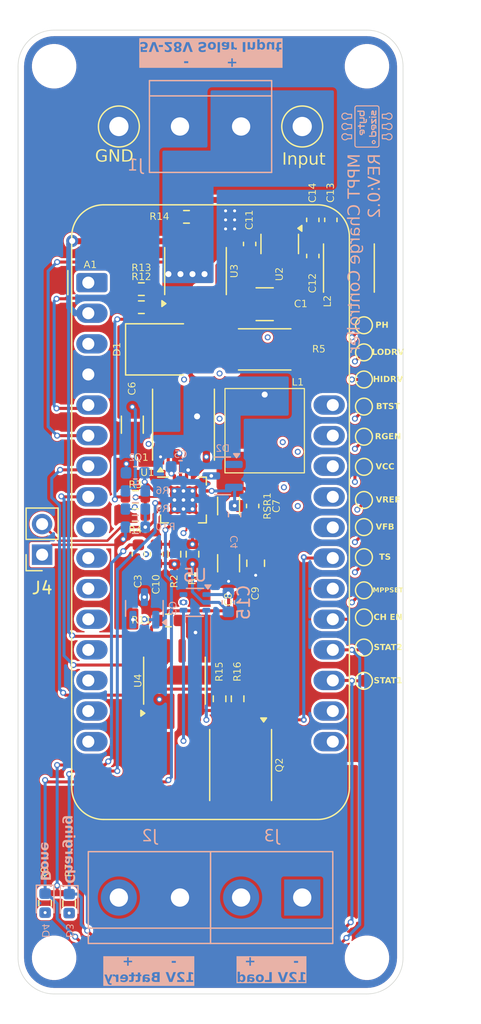
<source format=kicad_pcb>
(kicad_pcb (version 20241229) (generator "pcbnew") (generator_version "9.0")
  (title_block (title "MPPT Charge Controller") (rev "0.2"))
  (layers (0 "F.Cu" signal) (4 "In1.Cu" signal) (6 "In2.Cu" signal) (2 "B.Cu" signal) (13 "F.Paste" user) (15 "B.Paste" user) (5 "F.SilkS" user "F.Silkscreen") (7 "B.SilkS" user "B.Silkscreen") (1 "F.Mask" user) (3 "B.Mask" user) (25 "Edge.Cuts" user))
  (net 0 "")
  (net 3 "/STAT2")
  (net 5 "/Battery Current")
  (net 9 "/Battery Voltage")
  (net 13 "/STAT1")
  (net 15 "/~{Charge EN}")
  (net 17 "+3.3V")
  (net 21 "/SD_CS")
  (net 22 "/Solar Current")
  (net 23 "/Solar Voltage")
  (net 24 "GND")
  (net 26 "Net-(C1-Pad1)")
  (net 27 "/VCC")
  (net 28 "/VREF")
  (net 29 "/RGEN")
  (net 30 "/PH")
  (net 31 "/BTST")
  (net 32 "Net-(D1-K)")
  (net 33 "Net-(U1-SRP)")
  (net 34 "Net-(U1-SRN)")
  (net 35 "/VFB")
  (net 36 "/VIN")
  (net 37 "Net-(U2-BST)")
  (net 38 "Net-(U2-SW)")
  (net 39 "Net-(D3-A)")
  (net 40 "Net-(D4-A)")
  (net 41 "Net-(J2-Pin_2)")
  (net 42 "/LODRV")
  (net 43 "/HIDRV")
  (net 44 "/MPPSET")
  (net 45 "/TS")
  (net 46 "Net-(U4-FILTER)")
  (net 47 "Net-(U3-FILTER)")
  (net 48 "Net-(J3-Pin_1)")
  (net 49 "/Load Enable")
  (net 54 "PWR GND")
  (net 55 "/Input")
  (net 56 "/SCL")
  (net 57 "/SDA")
  (footprint "Capacitor_SMD:C_0603_1608Metric" (layer "F.Cu") (at 105.5 103.5 -90)
    (property "Reference" "C10")
    (property "Value" "22pF")
  )
  (footprint "Resistor_SMD:R_2512_6332Metric" (layer "F.Cu") (at 114.5 86.5)
    (property "Reference" "R5")
    (property "Value" "2")
  )
  (footprint "Package_SO:SOIC-8_3.9x4.9mm_P1.27mm" (layer "F.Cu") (at 108.75 80 90)
    (property "Reference" "U3")
    (property "Value" "ACS712")
  )
  (footprint "MountingHole:MountingHole_3.2mm_M3" (layer "F.Cu") (at 123 63)
    (property "Reference" "REF**" (hide yes))
    (property "Value" "MountingHole_3.2mm_M3")
  )
  (footprint "Resistor_SMD:R_0603_1608Metric" (layer "F.Cu") (at 98.25 132.5 -90)
    (property "Reference" "R7")
    (property "Value" "100")
  )
  (footprint "Resistor_SMD:R_0603_1608Metric" (layer "F.Cu") (at 96.25 132.4625 -90)
    (property "Reference" "R8")
    (property "Value" "100")
  )
  (footprint "TestPoint:TestPoint_Pad_D1.0mm" (layer "F.Cu") (at 122.75 93.75 180)
    (property "Reference" "TP8" (hide yes))
    (property "Value" "TestPoint")
  )
  (footprint "" (layer "F.Cu") (at 123 137)
    (property "Reference" "")
    (property "Value" "")
  )
  (footprint "Capacitor_SMD:C_0603_1608Metric" (layer "F.Cu") (at 113.25 77.75 90)
    (property "Reference" "C11")
    (property "Value" "10uF")
  )
  (footprint "Inductor_SMD:L_Vishay_IFSC-1515AH_4x4x1.8mm" (layer "F.Cu") (at 121.5 79.75 90)
    (property "Reference" "L2")
    (property "Value" "4.7uH")
  )
  (footprint "TestPoint:TestPoint_Pad_D1.0mm" (layer "F.Cu") (at 122.75 106.5 180)
    (property "Reference" "TP3" (hide yes))
    (property "Value" "TestPoint")
  )
  (footprint "TestPoint:TestPoint_Pad_D1.0mm" (layer "F.Cu") (at 122.75 103.75 180)
    (property "Reference" "TP4" (hide yes))
    (property "Value" "TestPoint")
  )
  (footprint "Capacitor_SMD:C_1206_3216Metric" (layer "F.Cu") (at 111.5 104.25 90)
    (property "Reference" "C8")
    (property "Value" "10uF")
  )
  (footprint "TestPoint:TestPoint_Pad_D1.0mm" (layer "F.Cu") (at 122.75 91.25 180)
    (property "Reference" "TP9" (hide yes))
    (property "Value" "TestPoint")
  )
  (footprint "Resistor_SMD:R_0603_1608Metric" (layer "F.Cu") (at 103.75 98.75)
    (property "Reference" "R3")
    (property "Value" "499k")
  )
  (footprint "Package_SO:SOIC-8_3.9x4.9mm_P1.27mm" (layer "F.Cu") (at 107 114 90)
    (property "Reference" "U4")
    (property "Value" "ACS712")
  )
  (footprint "Capacitor_SMD:C_0603_1608Metric" (layer "F.Cu") (at 104 103.5 -90)
    (property "Reference" "C3")
    (property "Value" "1uF")
  )
  (footprint "TestPoint:TestPoint_Pad_D1.0mm" (layer "F.Cu") (at 122.75 86.75 180)
    (property "Reference" "TP11" (hide yes))
    (property "Value" "TestPoint")
  )
  (footprint "Resistor_SMD:R_0603_1608Metric" (layer "F.Cu") (at 104.25 83 180)
    (property "Reference" "R12")
    (property "Value" "499k")
  )
  (footprint "TestPoint:TestPoint_Pad_D1.0mm" (layer "F.Cu") (at 122.75 96.25 180)
    (property "Reference" "TP1" (hide yes))
    (property "Value" "TestPoint")
  )
  (footprint "Capacitor_SMD:C_1210_3225Metric" (layer "F.Cu") (at 114.5 82.75 180)
    (property "Reference" "C1")
    (property "Value" "2.2uF")
  )
  (footprint "Package_SO:PowerPAK_SO-8_Dual" (layer "F.Cu") (at 107.75 92.75 90)
    (property "Reference" "Q1")
    (property "Value" "Q_Dual_NMOS_S1G1S2G2D2D2D1D1")
  )
  (footprint "Resistor_SMD:R_0603_1608Metric" (layer "F.Cu") (at 108.5 103.5 -90)
    (property "Reference" "R1")
    (property "Value" "100k")
  )
  (footprint "Resistor_SMD:R_0603_1608Metric" (layer "F.Cu") (at 108 75.5 180)
    (property "Reference" "R14")
    (property "Value" "100k")
  )
  (footprint "Resistor_SMD:R_1206_3216Metric" (layer "F.Cu") (at 111.5 99.5 90)
    (property "Reference" "RSR1")
    (property "Value" "0.02")
  )
  (footprint "Package_TO_SOT_SMD:TSOT-23-6" (layer "F.Cu") (at 115.75 77.75 -90)
    (property "Reference" "U2")
    (property "Value" "AP63203WU")
  )
  (footprint "" (layer "F.Cu") (at 97 137)
    (property "Reference" "")
    (property "Value" "")
  )
  (footprint "TestPoint:TestPoint_Loop_D2.60mm_Drill1.6mm_Beaded" (layer "F.Cu") (at 117.62 68)
    (property "Reference" "TP15" (hide yes))
    (property "Value" "TestPoint")
  )
  (footprint "" (layer "F.Cu") (at 97 63)
    (property "Reference" "")
    (property "Value" "")
  )
  (footprint "Module:Adafruit_Feather" (layer "F.Cu") (at 110 100)
    (property "Reference" "A1")
    (property "Value" "Adafruit_Feather_HUZZAH32_ESP32")
  )
  (footprint "Resistor_SMD:R_0603_1608Metric" (layer "F.Cu") (at 103.75 100.25 180)
    (property "Reference" "R4")
    (property "Value" "DNP")
  )
  (footprint "Capacitor_SMD:C_0603_1608Metric" (layer "F.Cu") (at 118.5 75.75 90)
    (property "Reference" "C14")
    (property "Value" "22uF")
  )
  (footprint "TestPoint:TestPoint_Pad_D1.0mm" (layer "F.Cu") (at 122.75 114.01 180)
    (property "Reference" "TP6" (hide yes))
    (property "Value" "TestPoint")
  )
  (footprint "Connector_PinSocket_2.54mm:PinSocket_1x02_P2.54mm_Vertical" (layer "F.Cu") (at 96 103.54 180)
    (property "Reference" "J4")
    (property "Value" "~")
  )
  (footprint "MPPT Charge Controller Footprint Library:L_Vishay_6.9x6.5" (layer "F.Cu") (at 114.5 93.25 -90)
    (property "Reference" "L1")
    (property "Value" "10uH")
  )
  (footprint "Resistor_SMD:R_0603_1608Metric" (layer "F.Cu") (at 107 103.5 90)
    (property "Reference" "R2")
    (property "Value" "499k")
  )
  (footprint "TestPoint:TestPoint_Pad_D1.0mm" (layer "F.Cu") (at 122.75 101.25 180)
    (property "Reference" "TP5" (hide yes))
    (property "Value" "TestPoint")
  )
  (footprint "TestPoint:TestPoint_Pad_D1.0mm" (layer "F.Cu") (at 122.75 111.25 180)
    (property "Reference" "TP7" (hide yes))
    (property "Value" "TestPoint")
  )
  (footprint "Resistor_SMD:R_0603_1608Metric" (layer "F.Cu") (at 104.25 81.5)
    (property "Reference" "R13")
    (property "Value" "36k")
  )
  (footprint "TestPoint:TestPoint_Pad_D1.0mm" (layer "F.Cu") (at 122.75 108.75 180)
    (property "Reference" "TP13" (hide yes))
    (property "Value" "TestPoint")
  )
  (footprint "Capacitor_SMD:C_0603_1608Metric" (layer "F.Cu") (at 118.5 78.75 90)
    (property "Reference" "C12")
    (property "Value" "0.1uF")
  )
  (footprint "Capacitor_SMD:C_0805_2012Metric" (layer "F.Cu") (at 113.75 104.25 90)
    (property "Reference" "C9")
    (property "Value" "4.7uF")
  )
  (footprint "Resistor_SMD:R_0603_1608Metric" (layer "F.Cu") (at 110.75 115.5 90)
    (property "Reference" "R15")
    (property "Value" "499k")
  )
  (footprint "Resistor_SMD:R_0603_1608Metric" (layer "F.Cu") (at 112.25 115.5 -90)
    (property "Reference" "R16")
    (property "Value" "100k")
  )
  (footprint "Package_SO:PowerPAK_SO-8_Dual" (layer "F.Cu") (at 112.5 121 -90)
    (property "Reference" "Q2")
    (property "Value" "Q_Dual_NMOS_S1G1S2G2D2D2D1D1")
  )
  (footprint "Capacitor_SMD:C_0603_1608Metric" (layer "F.Cu") (at 113.5 99.5 -90)
    (property "Reference" "C7")
    (property "Value" "0.1uF")
  )
  (footprint "Capacitor_SMD:C_1206_3216Metric" (layer "F.Cu") (at 103.5 92.75 90)
    (property "Reference" "C6")
    (property "Value" "10uF")
  )
  (footprint "TestPoint:TestPoint_Pad_D1.0mm" (layer "F.Cu") (at 122.75 84.5 180)
    (property "Reference" "TP12" (hide yes))
    (property "Value" "TestPoint")
  )
  (footprint "TestPoint:TestPoint_Pad_D1.0mm" (layer "F.Cu") (at 122.75 99 180)
    (property "Reference" "TP2" (hide yes))
    (property "Value" "TestPoint")
  )
  (footprint "Resistor_SMD:R_0603_1608Metric" (layer "F.Cu") (at 106.5 109 180)
    (property "Reference" "R11")
    (property "Value" "100k")
  )
  (footprint "Capacitor_SMD:C_0603_1608Metric" (layer "F.Cu") (at 120 75.75 90)
    (property "Reference" "C13")
    (property "Value" "22uF")
  )
  (footprint "TestPoint:TestPoint_Loop_D2.60mm_Drill1.6mm_Beaded" (layer "F.Cu") (at 102.38 68)
    (property "Reference" "TP14" (hide yes))
    (property "Value" "TestPoint")
  )
  (footprint "Diode_SMD:D_PowerDI-5" (layer "F.Cu") (at 106.75 86.5)
    (property "Reference" "D1")
    (property "Value" "PDS1040")
  )
  (footprint "MPPT Charge Controller Footprint Library:VQFN-16_EP_3.5x3.5_Pitch0.5mm" (layer "F.Cu") (at 107.75 99)
    (property "Reference" "U1")
    (property "Value" "~")
  )
  (footprint "TestPoint:TestPoint_Pad_D1.0mm" (layer "F.Cu") (at 122.75 89 180)
    (property "Reference" "TP10" (hide yes))
    (property "Value" "TestPoint")
  )
  (footprint "Capacitor_SMD:C_0603_1608Metric" (layer "B.Cu") (at 112 100.25 -90)
    (property "Reference" "C4")
    (property "Value" "1uF")
  )
  (footprint "NetTie:NetTie-2_SMD_Pad0.5mm" (layer "B.Cu") (at 107.75 97.75 90)
    (property "Reference" "NT2" (hide yes))
    (property "Value" "~" (hide yes))
  )
  (footprint "Resistor_SMD:R_0603_1608Metric" (layer "B.Cu") (at 103.75 98.25)
    (property "Reference" "R6")
    (property "Value" "10")
  )
  (footprint "TerminalBlock:TerminalBlock_bornier-2_P5.08mm" (layer "B.Cu") (at 117.62 132 180)
    (property "Reference" "J3")
    (property "Value" "Conn_01x02_Socket")
  )
  (footprint "Package_TO_SOT_SMD:SOT-363_SC-70-6" (layer "B.Cu") (at 108.7 107.5 180)
    (property "Reference" "U5")
    (property "Value" "MCP4018")
  )
  (footprint "LED_SMD:LED_0603_1608Metric" (layer "B.Cu") (at 96.25 132.4625 -90)
    (property "Reference" "D4")
    (property "Value" "GREEN")
  )
  (footprint "Resistor_SMD:R_0603_1608Metric" (layer "B.Cu") (at 103.75 99.75)
    (property "Reference" "R9")
    (property "Value" "5.23k")
  )
  (footprint "NetTie:NetTie-2_SMD_Pad0.5mm" (layer "B.Cu") (at 107.75 100.25 -90)
    (property "Reference" "NT4" (hide yes))
    (property "Value" "~" (hide yes))
  )
  (footprint "New Logo:byteSizedEngineeringLogo-5mm" (layer "B.Cu") (at 123 68 -90)
    (property "Reference" "G***" (hide yes))
    (property "Value" "LOGO" (hide yes))
  )
  (footprint "Capacitor_SMD:C_0603_1608Metric" (layer "B.Cu") (at 111.475 107.5 -90)
    (property "Reference" "C15")
    (property "Value" "0.1uF")
  )
  (footprint "Capacitor_SMD:C_0603_1608Metric" (layer "B.Cu") (at 107.5 96.25 180)
    (property "Reference" "C5")
    (property "Value" "0.1uF")
  )
  (footprint "TerminalBlock:TerminalBlock_bornier-2_P5.08mm" (layer "B.Cu") (at 107.46 132 180)
    (property "Reference" "J2")
    (property "Value" "Conn_01x02_Socket")
  )
  (footprint "LED_SMD:LED_0603_1608Metric" (layer "B.Cu") (at 98.25 132.5 -90)
    (property "Reference" "D3")
    (property "Value" "RED")
  )
  (footprint "Package_TO_SOT_SMD:SOT-23" (layer "B.Cu") (at 104.5 108 90)
    (property "Reference" "Q3")
    (property "Value" "2N7002")
  )
  (footprint "Resistor_SMD:R_0603_1608Metric" (layer "B.Cu") (at 103.75 101.25 180)
    (property "Reference" "R10")
    (property "Value" "30.1k")
  )
  (footprint "TerminalBlock:TerminalBlock_bornier-2_P5.08mm" (layer "B.Cu") (at 107.46 68)
    (property "Reference" "J1")
    (property "Value" "Conn_01x02_Socket")
  )
  (footprint "NetTie:NetTie-2_SMD_Pad0.5mm" (layer "B.Cu") (at 109 99)
    (property "Reference" "NT1" (hide yes))
    (property "Value" "~" (hide yes))
  )
  (footprint "NetTie:NetTie-2_SMD_Pad0.5mm" (layer "B.Cu") (at 106.5 99 180)
    (property "Reference" "NT3" (hide yes))
    (property "Value" "~" (hide yes))
  )
  (footprint "Capacitor_SMD:C_0603_1608Metric" (layer "B.Cu") (at 103.75 96.75 180)
    (property "Reference" "C2")
    (property "Value" "1uF")
  )
  (footprint "Package_TO_SOT_SMD:SOT-23" (layer "B.Cu") (at 111 97 180)
    (property "Reference" "D2")
    (property "Value" "BAT54C")
  )
  (gr_line (start 97 60) (end 123 60) (stroke (width 0.05)) (layer "Edge.Cuts"))
  (gr_arc (start 94 63) (mid 94.87868 60.87868) (end 97 60) (stroke (width 0.05)) (layer "Edge.Cuts"))
  (gr_line (start 123 140) (end 97 140) (stroke (width 0.05)) (layer "Edge.Cuts"))
  (gr_arc (start 97 140) (mid 94.87868 139.12132) (end 94 137) (stroke (width 0.05)) (layer "Edge.Cuts"))
  (gr_arc (start 126 137) (mid 125.12132 139.12132) (end 123 140) (stroke (width 0.05)) (layer "Edge.Cuts"))
  (gr_arc (start 123 60) (mid 125.12132 60.87868) (end 126 63) (stroke (width 0.05)) (layer "Edge.Cuts"))
  (gr_line (start 126 63) (end 126 137) (stroke (width 0.05)) (layer "Edge.Cuts"))
  (gr_line (start 94 137) (end 94 63) (stroke (width 0.05)) (layer "Edge.Cuts"))
  (gr_text "MPPSET" (at 124.75 106.5 0) (layer "F.SilkS") (effects (font (size 0.4 0.4) (thickness 0.1) (bold yes))))
  (gr_text "PH" (at 124.25 84.5 0) (layer "F.SilkS") (effects (font (size 0.5 0.5) (thickness 0.1) (bold yes))))
  (gr_text "VREF" (at 124.75 99 0) (layer "F.SilkS") (effects (font (size 0.5 0.5) (thickness 0.1) (bold yes))))
  (gr_text "VCC" (at 124.5 96.25 0) (layer "F.SilkS") (effects (font (size 0.5 0.5) (thickness 0.1) (bold yes))))
  (gr_text "BTST" (at 124.75 91.25 0) (layer "F.SilkS") (effects (font (size 0.5 0.5) (thickness 0.1) (bold yes))))
  (gr_text "CH EN" (at 124.75 108.75 0) (layer "F.SilkS") (effects (font (size 0.5 0.5) (thickness 0.1) (bold yes))))
  (gr_text "LODRV" (at 124.75 86.75 0) (layer "F.SilkS") (effects (font (size 0.5 0.5) (thickness 0.1) (bold yes))))
  (gr_text "VFB" (at 124.5 101.25 0) (layer "F.SilkS") (effects (font (size 0.5 0.5) (thickness 0.1) (bold yes))))
  (gr_text "RGEN" (at 124.75 93.75 0) (layer "F.SilkS") (effects (font (size 0.5 0.5) (thickness 0.1) (bold yes))))
  (gr_text "Input" (at 117.75 70.75 0) (layer "F.SilkS") (effects (font (size 1 1))))
  (gr_text "STAT1" (at 124.75 114.01 0) (layer "F.SilkS") (effects (font (size 0.5 0.5) (thickness 0.1) (bold yes))))
  (gr_text "STAT2" (at 124.75 111.25 0) (layer "F.SilkS") (effects (font (size 0.5 0.5) (thickness 0.1) (bold yes))))
  (gr_text "GND" (at 102 70.5 0) (layer "F.SilkS") (effects (font (size 1 1))))
  (gr_text "HIDRV" (at 124.75 89 0) (layer "F.SilkS") (effects (font (size 0.5 0.5) (thickness 0.1) (bold yes))))
  (gr_text "TS" (at 124.5 103.75 0) (layer "F.SilkS") (effects (font (size 0.5 0.5) (thickness 0.1) (bold yes))))
  (gr_text "Charging" (at 98.25 128 -90) (layer "B.SilkS") (effects (font (size 0.8 0.8) (thickness 0.15) (bold yes)) (justify mirror)))
  (gr_text "-        +\n12V Battery" (at 104.92 138 0) (layer "B.SilkS" knockout) (effects (font (size 0.8 0.8) (thickness 0.15) (bold yes)) (justify mirror)))
  (gr_text "-        +\n12V Load" (at 115.08 138 0) (layer "B.SilkS" knockout) (effects (font (size 0.8 0.8) (thickness 0.15) (bold yes)) (justify mirror)))
  (gr_text "Done" (at 96.25 129 -90) (layer "B.SilkS") (effects (font (size 0.8 0.8) (thickness 0.15) (bold yes)) (justify mirror)))
  (gr_text "${TITLE}\nREV:${REVISION}" (at 124.250218 70.25 90) (layer "B.SilkS") (effects (font (size 1 1) (thickness 0.1)) (justify left bottom mirror)))
  (gr_text "-        +\n5V-28V Solar Input" (at 110 62 180) (layer "B.SilkS" knockout) (effects (font (size 0.8 0.8) (thickness 0.15) (bold yes)) (justify mirror)))
  (segment (start 121.3 135.35) (end 120.4 136.25) (width 0.25) (layer "F.Cu") (net 3))
  (segment (start 120.4 136.25) (end 99.75 136.25) (width 0.25) (layer "F.Cu") (net 3))
  (segment (start 122.75 111.25) (end 122.56 111.44) (width 0.25) (layer "F.Cu") (net 3))
  (segment (start 107 100.75) (end 106.25 101.5) (width 0.25) (layer "F.Cu") (net 3))
  (segment (start 96.25 122.25) (end 96.4 122.4) (width 0.25) (layer "F.Cu") (net 3))
  (segment (start 122.56 111.44) (end 121.75 111.44) (width 0.25) (layer "F.Cu") (net 3))
  (segment (start 121.75 111.44) (end 120.16 111.44) (width 0.25) (layer "F.Cu") (net 3))
  (segment (start 106.35 122.4) (end 106.5 122.25) (width 0.25) (layer "F.Cu") (net 3))
  (segment (start 99.75 136.25) (end 98.75 135.25) (width 0.25) (layer "F.Cu") (net 3))
  (segment (start 96.4 122.4) (end 106.35 122.4) (width 0.25) (layer "F.Cu") (net 3))
  (via (at 106.5 122.25) (size 0.5) (drill 0.3) (layers "F.Cu" "B.Cu") (net 3))
  (via (at 96.25 122.25) (size 0.5) (drill 0.3) (layers "F.Cu" "B.Cu") (net 3))
  (via (at 121.3 135.35) (size 0.5) (drill 0.3) (layers "F.Cu" "B.Cu") (net 3))
  (via (at 98.75 135.25) (size 0.5) (drill 0.3) (layers "F.Cu" "B.Cu") (net 3))
  (via (at 121.75 111.44) (size 0.5) (drill 0.3) (layers "F.Cu" "B.Cu") (net 3))
  (via (at 106.25 101.5) (size 0.5) (drill 0.3) (layers "F.Cu" "B.Cu") (net 3))
  (segment (start 106.25 101.5) (end 106.25 105.25) (width 0.25) (layer "B.Cu") (net 3))
  (segment (start 121.3 135.35) (end 122.4 134.25) (width 0.25) (layer "B.Cu") (net 3))
  (segment (start 98.75 135.25) (end 97.25 133.75) (width 0.25) (layer "B.Cu") (net 3))
  (segment (start 106.75 122) (end 106.5 122.25) (width 0.25) (layer "B.Cu") (net 3))
  (segment (start 122.4 112.09) (end 121.75 111.44) (width 0.25) (layer "B.Cu") (net 3))
  (segment (start 97.25 132.5) (end 96.425 131.675) (width 0.25) (layer "B.Cu") (net 3))
  (segment (start 97.25 133.75) (end 97.25 132.5) (width 0.25) (layer "B.Cu") (net 3))
  (segment (start 106.75 105.75) (end 106.75 122) (width 0.25) (layer "B.Cu") (net 3))
  (segment (start 106.25 105.25) (end 106.75 105.75) (width 0.25) (layer "B.Cu") (net 3))
  (segment (start 96.425 131.675) (end 96.25 131.675) (width 0.25) (layer "B.Cu") (net 3))
  (segment (start 122.4 134.25) (end 122.4 112.09) (width 0.25) (layer "B.Cu") (net 3))
  (segment (start 96.25 131.675) (end 96.25 122.25) (width 0.25) (layer "B.Cu") (net 3))
  (segment (start 104.744092 112.825) (end 106.039999 112.825) (width 0.25) (layer "F.Cu") (net 5))
  (segment (start 97.64 98.74) (end 99.84 98.74) (width 0.25) (layer "F.Cu") (net 5))
  (segment (start 98.6 112.7) (end 104.619092 112.7) (width 0.25) (layer "F.Cu") (net 5))
  (segment (start 104.619092 112.7) (end 104.744092 112.825) (width 0.25) (layer "F.Cu") (net 5))
  (segment (start 106.039999 112.825) (end 106.365 112.499999) (width 0.25) (layer "F.Cu") (net 5))
  (segment (start 106.365 112.499999) (end 106.365 111.525) (width 0.25) (layer "F.Cu") (net 5))
  (segment (start 97.6 98.7) (end 97.64 98.74) (width 0.25) (layer "F.Cu") (net 5))
  (via (at 97.6 98.7) (size 0.5) (drill 0.3) (layers "F.Cu" "B.Cu") (net 5))
  (via (at 98.6 112.7) (size 0.5) (drill 0.3) (layers "F.Cu" "B.Cu") (net 5))
  (segment (start 97.823 111.923) (end 97.823 98.923) (width 0.25) (layer "B.Cu") (net 5))
  (segment (start 98.6 112.7) (end 97.823 111.923) (width 0.25) (layer "B.Cu") (net 5))
  (segment (start 97.823 98.923) (end 97.6 98.7) (width 0.25) (layer "B.Cu") (net 5))
  (segment (start 103.5 114.7) (end 103 115.2) (width 0.25) (layer "F.Cu") (net 9))
  (segment (start 97.5 96.5) (end 99.54 96.5) (width 0.25) (layer "F.Cu") (net 9))
  (segment (start 110.725 114.7) (end 103.5 114.7) (width 0.25) (layer "F.Cu") (net 9))
  (segment (start 97.95 115.2) (end 97.75 115) (width 0.25) (layer "F.Cu") (net 9))
  (segment (start 99.54 96.5) (end 99.84 96.2) (width 0.25) (layer "F.Cu") (net 9))
  (segment (start 110.75 114.675) (end 112.25 114.675) (width 0.25) (layer "F.Cu") (net 9))
  (segment (start 103 115.2) (end 97.95 115.2) (width 0.25) (layer "F.Cu") (net 9))
  (segment (start 110.75 114.675) (end 110.725 114.7) (width 0.25) (layer "F.Cu") (net 9))
  (via (at 97.75 115) (size 0.5) (drill 0.3) (layers "F.Cu" "B.Cu") (net 9))
  (via (at 97.5 96.5) (size 0.5) (drill 0.3) (layers "F.Cu" "B.Cu") (net 9))
  (segment (start 97.446 99.446) (end 96.8 98.8) (width 0.25) (layer "B.Cu") (net 9))
  (segment (start 96.8 98.8) (end 96.8 97.2) (width 0.25) (layer "B.Cu") (net 9))
  (segment (start 97.75 115) (end 97.446 114.696) (width 0.25) (layer "B.Cu") (net 9))
  (segment (start 96.8 97.2) (end 97.5 96.5) (width 0.25) (layer "B.Cu") (net 9))
  (segment (start 97.446 114.696) (end 97.446 99.446) (width 0.25) (layer "B.Cu") (net 9))
  (segment (start 98.25 121.75) (end 98.5 121.5) (width 0.25) (layer "F.Cu") (net 13))
  (segment (start 100.75 135.75) (end 99.75 134.75) (width 0.25) (layer "F.Cu") (net 13))
  (segment (start 121.73 113.98) (end 121.75 114) (width 0.25) (layer "F.Cu") (net 13))
  (segment (start 98.5 121.5) (end 102.25 121.5) (width 0.25) (layer "F.Cu") (net 13))
  (segment (start 120.16 113.98) (end 121.73 113.98) (width 0.25) (layer "F.Cu") (net 13))
  (segment (start 122.75 114.01) (end 121.76 114.01) (width 0.25) (layer "F.Cu") (net 13))
  (segment (start 121.76 114.01) (end 121.75 114) (width 0.25) (layer "F.Cu") (net 13))
  (segment (start 119.95 135.75) (end 100.75 135.75) (width 0.25) (layer "F.Cu") (net 13))
  (segment (start 105.4 99.257149) (end 105.407149 99.25) (width 0.25) (layer "F.Cu") (net 13))
  (segment (start 105.407149 99.25) (end 106 99.25) (width 0.25) (layer "F.Cu") (net 13))
  (segment (start 121.65 134.05) (end 119.95 135.75) (width 0.25) (layer "F.Cu") (net 13))
  (via (at 121.75 114) (size 0.5) (drill 0.3) (layers "F.Cu" "B.Cu") (net 13))
  (via (at 105.4 99.257149) (size 0.5) (drill 0.3) (layers "F.Cu" "B.Cu") (net 13))
  (via (at 99.75 134.75) (size 0.5) (drill 0.3) (layers "F.Cu" "B.Cu") (net 13))
  (via (at 102.25 121.5) (size 0.5) (drill 0.3) (layers "F.Cu" "B.Cu") (net 13))
  (via (at 121.65 134.05) (size 0.5) (drill 0.3) (layers "F.Cu" "B.Cu") (net 13))
  (via (at 98.25 121.75) (size 0.5) (drill 0.3) (layers "F.Cu" "B.Cu") (net 13))
  (segment (start 105.4 101.648004) (end 102.298004 104.75) (width 0.25) (layer "B.Cu") (net 13))
  (segment (start 102.298004 104.75) (end 102.25 104.75) (width 0.25) (layer "B.Cu") (net 13))
  (segment (start 99.75 134.75) (end 99.25 134.25) (width 0.25) (layer "B.Cu") (net 13))
  (segment (start 121.65 134.05) (end 121.75 133.95) (width 0.25) (layer "B.Cu") (net 13))
  (segment (start 98.9625 131.7125) (end 98.25 131.7125) (width 0.25) (layer "B.Cu") (net 13))
  (segment (start 98.25 121.75) (end 98.25 131.7125) (width 0.25) (layer "B.Cu") (net 13))
  (segment (start 99.25 134.25) (end 99.25 132) (width 0.25) (layer "B.Cu") (net 13))
  (segment (start 102.25 104.75) (end 102.25 121.5) (width 0.25) (layer "B.Cu") (net 13))
  (segment (start 105.4 99.257149) (end 105.4 101.648004) (width 0.25) (layer "B.Cu") (net 13))
  (segment (start 121.75 133.95) (end 121.75 114) (width 0.25) (layer "B.Cu") (net 13))
  (segment (start 99.25 132) (end 98.9625 131.7125) (width 0.25) (layer "B.Cu") (net 13))
  (segment (start 122.75 108.75) (end 122.6 108.9) (width 0.25) (layer "F.Cu") (net 15))
  (segment (start 122.6 108.9) (end 120.16 108.9) (width 0.25) (layer "F.Cu") (net 15))
  (via (at 104.5 108.9) (size 0.5) (drill 0.3) (layers "F.Cu" "B.Cu") (net 15))
  (segment (start 104.5 108.9) (end 104.5375 108.9375) (width 0.25) (layer "B.Cu") (net 15))
  (segment (start 104.5375 108.9375) (end 105.45 108.9375) (width 0.25) (layer "B.Cu") (net 15))
  (segment (start 111.25 108.2) (end 111.5 107.95) (width 0.25) (layer "F.Cu") (net 17))
  (segment (start 118.5 76.525) (end 120 76.525) (width 0.5) (layer "F.Cu") (net 17))
  (segment (start 106.845 77.525) (end 106.845 75.83) (width 0.5) (layer "F.Cu") (net 17))
  (segment (start 107.175 75.5) (end 107.175 74.825) (width 0.5) (layer "F.Cu") (net 17))
  (segment (start 105.095 111.525) (end 105.095 109.58) (width 0.25) (layer "F.Cu") (net 17))
  (segment (start 111.5 106.775) (end 111.475 106.75) (width 0.25) (layer "F.Cu") (net 17))
  (segment (start 98.525 77.525) (end 98.5 77.5) (width 0.5) (layer "F.Cu") (net 17))
  (segment (start 105.095 109.58) (end 105.675 109) (width 0.25) (layer "F.Cu") (net 17))
  (segment (start 116.7 74.7) (end 116.7 76.6125) (width 0.5) (layer "F.Cu") (net 17))
  (segment (start 118.4125 76.6125) (end 118.5 76.525) (width 0.5) (layer "F.Cu") (net 17))
  (segment (start 107.175 74.825) (end 107.9 74.1) (width 0.5) (layer "F.Cu") (net 17))
  (segment (start 121.025 76.525) (end 120 76.525) (width 0.5) (layer "F.Cu") (net 17))
  (segment (start 121.5 78.275) (end 121.5 77) (width 0.5) (layer "F.Cu") (net 17))
  (segment (start 103.885 110.315) (end 105.095 111.525) (width 0.25) (layer "F.Cu") (net 17))
  (segment (start 121.5 77) (end 121.025 76.525) (width 0.5) (layer "F.Cu") (net 17))
  (segment (start 98.685 110.315) (end 103.885 110.315) (width 0.25) (layer "F.Cu") (net 17))
  (segment (start 107.9 74.1) (end 116.1 74.1) (width 0.5) (layer "F.Cu") (net 17))
  (segment (start 98.62 110.25) (end 98.685 110.315) (width 0.25) (layer "F.Cu") (net 17))
  (segment (start 111.5 107.95) (end 111.5 106.775) (width 0.25) (layer "F.Cu") (net 17))
  (segment (start 105.675 109) (end 106.475 108.2) (width 0.25) (layer "F.Cu") (net 17))
  (segment (start 106.845 75.83) (end 107.175 75.5) (width 0.5) (layer "F.Cu") (net 17))
  (segment (start 116.7 76.6125) (end 118.4125 76.6125) (width 0.5) (layer "F.Cu") (net 17))
  (segment (start 106.475 108.2) (end 111.25 108.2) (width 0.25) (layer "F.Cu") (net 17))
  (segment (start 98.5 110.25) (end 98.62 110.25) (width 0.25) (layer "F.Cu") (net 17))
  (segment (start 116.1 74.1) (end 116.7 74.7) (width 0.5) (layer "F.Cu") (net 17))
  (segment (start 106.845 77.525) (end 98.525 77.525) (width 0.5) (layer "F.Cu") (net 17))
  (via (at 98.5 110.25) (size 0.5) (drill 0.3) (layers "F.Cu" "B.Cu") (net 17))
  (via (at 98.5 77.5) (size 1) (drill 0.5) (layers "F.Cu" "B.Cu") (net 17))
  (via (at 111.475 106.75) (size 0.5) (drill 0.3) (layers "F.Cu" "B.Cu") (net 17))
  (segment (start 98.2 98.4444) (end 98.2 83.05) (width 0.25) (layer "B.Cu") (net 17))
  (segment (start 98.205 98.4494) (end 98.2 98.4444) (width 0.25) (layer "B.Cu") (net 17))
  (segment (start 109.65 106.85) (end 111.35 106.85) (width 0.25) (layer "B.Cu") (net 17))
  (segment (start 98.25 77.75) (end 98.25 83) (width 0.5) (layer "B.Cu") (net 17))
  (segment (start 98.5 110.25) (end 98.2 109.95) (width 0.25) (layer "B.Cu") (net 17))
  (segment (start 98.2 98.9556) (end 98.205 98.9506) (width 0.25) (layer "B.Cu") (net 17))
  (segment (start 98.205 98.9506) (end 98.205 98.4494) (width 0.25) (layer "B.Cu") (net 17))
  (segment (start 98.25 83) (end 98.75 83.5) (width 0.5) (layer "B.Cu") (net 17))
  (segment (start 98.2 83.05) (end 98.25 83) (width 0.25) (layer "B.Cu") (net 17))
  (segment (start 98.2 109.95) (end 98.2 98.9556) (width 0.25) (layer "B.Cu") (net 17))
  (segment (start 111.35 106.85) (end 111.475 106.725) (width 0.25) (layer "B.Cu") (net 17))
  (segment (start 98.75 83.5) (end 99.84 83.5) (width 0.5) (layer "B.Cu") (net 17))
  (segment (start 98.5 77.5) (end 98.25 77.75) (width 0.5) (layer "B.Cu") (net 17))
  (segment (start 108.115 77.525) (end 108.115 78.499999) (width 0.25) (layer "F.Cu") (net 22))
  (segment (start 108.115 78.499999) (end 107.364999 79.25) (width 0.25) (layer "F.Cu") (net 22))
  (segment (start 97.25 93.66) (end 99.84 93.66) (width 0.25) (layer "F.Cu") (net 22))
  (segment (start 107.364999 79.25) (end 97.25 79.25) (width 0.25) (layer "F.Cu") (net 22))
  (via (at 97.25 93.66) (size 0.5) (drill 0.3) (layers "F.Cu" "B.Cu") (net 22))
  (via (at 97.25 79.25) (size 0.5) (drill 0.3) (layers "F.Cu" "B.Cu") (net 22))
  (segment (start 96.5 80) (end 96.5 92.91) (width 0.25) (layer "B.Cu") (net 22))
  (segment (start 97.25 79.25) (end 96.5 80) (width 0.25) (layer "B.Cu") (net 22))
  (segment (start 96.5 92.91) (end 97.25 93.66) (width 0.25) (layer "B.Cu") (net 22))
  (segment (start 97.95 82.3) (end 98 82.25) (width 0.25) (layer "F.Cu") (net 23))
  (segment (start 99.56 91.4) (end 99.84 91.12) (width 0.25) (layer "F.Cu") (net 23))
  (segment (start 97.2 91.4) (end 99.56 91.4) (width 0.25) (layer "F.Cu") (net 23))
  (segment (start 103.425 83) (end 103.425 81.5) (width 0.5) (layer "F.Cu") (net 23))
  (segment (start 97.2 82.3) (end 97.95 82.3) (width 0.25) (layer "F.Cu") (net 23))
  (segment (start 98 82.25) (end 102.675 82.25) (width 0.25) (layer "F.Cu") (net 23))
  (segment (start 102.675 82.25) (end 103.425 83) (width 0.25) (layer "F.Cu") (net 23))
  (via (at 97.2 82.3) (size 0.5) (drill 0.3) (layers "F.Cu" "B.Cu") (net 23))
  (via (at 97.2 91.4) (size 0.5) (drill 0.3) (layers "F.Cu" "B.Cu") (net 23))
  (segment (start 97 82.5) (end 97.2 82.3) (width 0.25) (layer "B.Cu") (net 23))
  (segment (start 97 91.2) (end 97 82.5) (width 0.25) (layer "B.Cu") (net 23))
  (segment (start 97.2 91.4) (end 97 91.2) (width 0.25) (layer "B.Cu") (net 23))
  (segment (start 108.385 95.42) (end 108.405 95.42) (width 0.25) (layer "F.Cu") (net 24))
  (segment (start 113.75 105.2) (end 113.75 105.25) (width 0.25) (layer "F.Cu") (net 24))
  (segment (start 108.905 111.525) (end 108.905 110.155) (width 0.25) (layer "F.Cu") (net 24))
  (segment (start 108.905 110.155) (end 108.75 110) (width 0.25) (layer "F.Cu") (net 24))
  (segment (start 111.5 105.725) (end 111.5 105.75) (width 0.25) (layer "F.Cu") (net 24))
  (segment (start 108.405 95.42) (end 108.5 95.325) (width 0.25) (layer "F.Cu") (net 24))
  (via (at 112 76.5) (size 0.5) (drill 0.25) (layers "F.Cu" "B.Cu") (net 24))
  (via (at 112 75) (size 0.5) (drill 0.25) (layers "F.Cu" "B.Cu") (net 24))
  (via (at 108.75 110) (size 0.5) (drill 0.3) (layers "F.Cu" "B.Cu") (net 24))
  (via (at 113.75 105.25) (size 0.5) (drill 0.25) (layers "F.Cu" "B.Cu") (net 24))
  (via (at 111.25 76.5) (size 0.5) (drill 0.25) (layers "F.Cu" "B.Cu") (net 24))
  (via (at 111.25 75.75) (size 0.5) (drill 0.25) (layers "F.Cu" "B.Cu") (net 24))
  (via (at 111.25 75) (size 0.5) (drill 0.25) (layers "F.Cu" "B.Cu") (net 24))
  (via (at 111.5 105.75) (size 0.5) (drill 0.25) (layers "F.Cu" "B.Cu") (net 24))
  (via (at 112 75.75) (size 0.5) (drill 0.25) (layers "F.Cu" "B.Cu") (net 24))
  (segment (start 117.4625 84.2375) (end 115.975 82.75) (width 0.5) (layer "F.Cu") (net 26))
  (segment (start 117.4625 86.5) (end 117.4625 84.2375) (width 0.5) (layer "F.Cu") (net 26))
  (segment (start 104.548004 97.5) (end 104.525 97.5) (width 0.25) (layer "F.Cu") (net 27))
  (segment (start 105.298004 98.25) (end 104.548004 97.5) (width 0.25) (layer "F.Cu") (net 27))
  (segment (start 122 97.5) (end 122 97) (width 0.25) (layer "F.Cu") (net 27))
  (segment (start 106 98.25) (end 105.298004 98.25) (width 0.25) (layer "F.Cu") (net 27))
  (segment (start 122 97) (end 122.75 96.25) (width 0.25) (layer "F.Cu") (net 27))
  (via (at 116 94.2) (size 0.5) (drill 0.3) (layers "F.Cu" "B.Cu") (net 27))
  (via (at 122 97.5) (size 0.5) (drill 0.3) (layers "F.Cu" "B.Cu") (net 27))
  (via (at 104.85 94.35) (size 0.5) (drill 0.3) (layers "F.Cu" "B.Cu") (net 27))
  (via (at 116.1 97.950002) (size 0.5) (drill 0.3) (layers "F.Cu" "B.Cu") (net 27))
  (via (at 104.525 97.5) (size 0.5) (drill 0.3) (layers "F.Cu" "B.Cu") (net 27))
  (segment (start 104.525 97.5) (end 104.525 98.2) (width 0.25) (layer "B.Cu") (net 27))
  (segment (start 104.525 98.2) (end 104.575 98.25) (width 0.25) (layer "B.Cu") (net 27))
  (segment (start 104.525 96.75) (end 104.525 97.5) (width 0.25) (layer "B.Cu") (net 27))
  (segment (start 107.5 100.75) (end 108 100.75) (width 0.25) (layer "F.Cu") (net 28))
  (segment (start 98.2125 131.6375) (end 98.25 131.675) (width 0.5) (layer "F.Cu") (net 28))
  (segment (start 104 102.725) (end 103.275 102.725) (width 0.25) (layer "F.Cu") (net 28))
  (segment (start 97.25 131.6375) (end 98.2125 131.6375) (width 0.5) (layer "F.Cu") (net 28))
  (segment (start 108 101.5) (end 107.75 101.75) (width 0.15) (layer "F.Cu") (net 28))
  (segment (start 97.25 131) (end 97.25 131.6375) (width 0.25) (layer "F.Cu") (net 28))
  (segment (start 122.75 99.25) (end 122.75 99) (width 0.25) (layer "F.Cu") (net 28))
  (segment (start 122.2 99.8) (end 122.75 99.25) (width 0.25) (layer "F.Cu") (net 28))
  (segment (start 101.2 121) (end 101.5 120.7) (width 0.25) (layer "F.Cu") (net 28))
  (segment (start 103.275 102.725) (end 102.75 103.25) (width 0.25) (layer "F.Cu") (net 28))
  (segment (start 108 100.75) (end 108 101.5) (width 0.15) (layer "F.Cu") (net 28))
  (segment (start 96.25 131.6375) (end 97.25 131.6375) (width 0.5) (layer "F.Cu") (net 28))
  (segment (start 97.25 121) (end 101.2 121) (width 0.25) (layer "F.Cu") (net 28))
  (via (at 101.5 120.7) (size 0.5) (drill 0.3) (layers "F.Cu" "B.Cu") (net 28))
  (via (at 107.75 101.75) (size 0.5) (drill 0.3) (layers "F.Cu" "B.Cu") (net 28))
  (via (at 97.25 121) (size 0.5) (drill 0.3) (layers "F.Cu" "B.Cu") (net 28))
  (via (at 102.75 103.25) (size 0.5) (drill 0.3) (layers "F.Cu" "B.Cu") (net 28))
  (via (at 103.7 99.6) (size 0.5) (drill 0.3) (layers "F.Cu" "B.Cu") (net 28))
  (via (at 122.2 99.8) (size 0.5) (drill 0.3) (layers "F.Cu" "B.Cu") (net 28))
  (via (at 97.25 131) (size 0.5) (drill 0.3) (layers "F.Cu" "B.Cu") (net 28))
  (segment (start 103.55 99.75) (end 102.925 99.75) (width 0.15) (layer "B.Cu") (net 28))
  (segment (start 101.765 104.235) (end 102.75 103.25) (width 0.25) (layer "B.Cu") (net 28))
  (segment (start 97.25 121) (end 97.25 131) (width 0.25) (layer "B.Cu") (net 28))
  (segment (start 103.7 99.6) (end 103.55 99.75) (width 0.15) (layer "B.Cu") (net 28))
  (segment (start 101.5 120.7) (end 101.765 120.435) (width 0.25) (layer "B.Cu") (net 28))
  (segment (start 101.765 120.435) (end 101.765 104.235) (width 0.25) (layer "B.Cu") (net 28))
  (segment (start 122.75 94) (end 122 94.75) (width 0.25) (layer "F.Cu") (net 29))
  (segment (start 122.75 93.75) (end 122.75 94) (width 0.25) (layer "F.Cu") (net 29))
  (segment (start 110.094384 98.25) (end 109.5 98.25) (width 0.25) (layer "F.Cu") (net 29))
  (via (at 117.25 95) (size 0.5) (drill 0.3) (layers "F.Cu" "B.Cu") (net 29))
  (via (at 122 94.75) (size 0.5) (drill 0.3) (layers "F.Cu" "B.Cu") (net 29))
  (via (at 110.094384 98.25) (size 0.5) (drill 0.3) (layers "F.Cu" "B.Cu") (net 29))
  (via (at 112 99.475) (size 0.5) (drill 0.3) (layers "F.Cu" "B.Cu") (net 29))
  (via (at 117.25 99.5) (size 0.5) (drill 0.3) (layers "F.Cu" "B.Cu") (net 29))
  (segment (start 112 99.475) (end 112 98.0125) (width 0.25) (layer "B.Cu") (net 29))
  (segment (start 112 98.0125) (end 111.9375 97.95) (width 0.25) (layer "B.Cu") (net 29))
  (segment (start 111.6375 98.25) (end 111.9375 97.95) (width 0.25) (layer "B.Cu") (net 29))
  (segment (start 110.094384 98.25) (end 111.6375 98.25) (width 0.25) (layer "B.Cu") (net 29))
  (segment (start 114.5 90.25) (end 113.955 89.705) (width 0.5) (layer "F.Cu") (net 30))
  (segment (start 122.75 84.5) (end 121.75 85.5) (width 0.25) (layer "F.Cu") (net 30))
  (segment (start 108.88 93.14) (end 108.88 92.06) (width 0.25) (layer "F.Cu") (net 30))
  (segment (start 108.137501 96.517501) (end 108 96.655002) (width 0.25) (layer "F.Cu") (net 30))
  (segment (start 114.205 89.955) (end 114.5 90.25) (width 1) (layer "F.Cu") (net 30))
  (segment (start 108 96.655002) (end 108 97.25) (width 0.25) (layer "F.Cu") (net 30))
  (segment (start 105.845 95.42) (end 105.845 95.09) (width 0.25) (layer "F.Cu") (net 30))
  (via (at 108.88 92.06) (size 1) (drill 0.5) (layers "F.Cu" "B.Cu") (net 30))
  (via (at 114.75 85.5) (size 0.5) (drill 0.3) (layers "F.Cu" "B.Cu") (net 30))
  (via (at 114.5 90.25) (size 1) (drill 0.5) (layers "F.Cu" "B.Cu") (net 30))
  (via (at 108.137501 96.517501) (size 0.5) (drill 0.3) (layers "F.Cu" "B.Cu") (net 30))
  (via (at 105.845 95.42) (size 0.5) (drill 0.25) (layers "F.Cu" "B.Cu") (net 30))
  (via (at 121.75 85.5) (size 0.5) (drill 0.3) (layers "F.Cu" "B.Cu") (net 30))
  (segment (start 108.88 92.06) (end 108.875618 92.06) (width 1) (layer "B.Cu") (net 30))
  (segment (start 122.75 91.25) (end 122.75 91.5) (width 0.25) (layer "F.Cu") (net 31))
  (segment (start 122.75 91.5) (end 122 92.25) (width 0.25) (layer "F.Cu") (net 31))
  (segment (start 107 97.05) (end 106.75 96.8) (width 0.25) (layer "F.Cu") (net 31))
  (segment (start 107 97.25) (end 107 97.05) (width 0.25) (layer "F.Cu") (net 31))
  (via (at 110.75 92.25) (size 0.5) (drill 0.3) (layers "F.Cu" "B.Cu") (net 31))
  (via (at 122 92.25) (size 0.5) (drill 0.3) (layers "F.Cu" "B.Cu") (net 31))
  (via (at 110.0625 97) (size 0.5) (drill 0.3) (layers "F.Cu" "B.Cu") (net 31))
  (via (at 106.75 96.8) (size 0.5) (drill 0.3) (layers "F.Cu" "B.Cu") (net 31))
  (segment (start 106.725 96.775) (end 106.725 96.25) (width 0.25) (layer "B.Cu") (net 31))
  (segment (start 106.75 96.8) (end 106.725 96.775) (width 0.25) (layer "B.Cu") (net 31))
  (via (at 103.5 91.275) (size 0.5) (drill 0.3) (layers "F.Cu" "B.Cu") (net 32))
  (segment (start 102.925 98.075) (end 103 98) (width 0.25) (layer "B.Cu") (net 32))
  (segment (start 103.75 98) (end 103.75 91.525) (width 0.25) (layer "B.Cu") (net 32))
  (segment (start 102.925 98.25) (end 102.925 98.075) (width 0.25) (layer "B.Cu") (net 32))
  (segment (start 103.75 91.525) (end 103.5 91.275) (width 0.25) (layer "B.Cu") (net 32))
  (segment (start 103 98) (end 103.75 98) (width 0.25) (layer "B.Cu") (net 32))
  (segment (start 111 99.25) (end 111.5 98.75) (width 0.25) (layer "F.Cu") (net 33))
  (segment (start 112.8125 98.0375) (end 111.5 98.0375) (width 0.25) (layer "F.Cu") (net 33))
  (segment (start 109.5 99.25) (end 111 99.25) (width 0.25) (layer "F.Cu") (net 33))
  (segment (start 111.5 98.75) (end 111.5 98.0375) (width 0.25) (layer "F.Cu") (net 33))
  (segment (start 113.5 98.725) (end 112.8125 98.0375) (width 0.25) (layer "F.Cu") (net 33))
  (segment (start 111.5 100.25) (end 111.5 100.9625) (width 0.25) (layer "F.Cu") (net 34))
  (segment (start 109.5 105.5) (end 107.75 105.5) (width 0.25) (layer "F.Cu") (net 34))
  (segment (start 106.95 104.275) (end 107 104.325) (width 0.25) (layer "F.Cu") (net 34))
  (segment (start 113.5 100.75) (end 113.2875 100.9625) (width 0.25) (layer "F.Cu") (net 34))
  (segment (start 109.5 99.75) (end 111 99.75) (width 0.25) (layer "F.Cu") (net 34))
  (segment (start 113.8 103.25) (end 113.75 103.3) (width 1) (layer "F.Cu") (net 34))
  (segment (start 111 99.75) (end 111.5 100.25) (width 0.25) (layer "F.Cu") (net 34))
  (segment (start 109.75 105.25) (end 109.5 105.5) (width 0.25) (layer "F.Cu") (net 34))
  (segment (start 105.5 104.275) (end 106.95 104.275) (width 0.25) (layer "F.Cu") (net 34))
  (segment (start 105.75 115.555) (end 106.365 116.17) (width 0.25) (layer "F.Cu") (net 34))
  (segment (start 113.2875 100.9625) (end 111.5 100.9625) (width 0.25) (layer "F.Cu") (net 34))
  (segment (start 111.5 102.775) (end 109.75 104.525) (width 0.25) (layer "F.Cu") (net 34))
  (segment (start 107.75 105.5) (end 107 104.75) (width 0.25) (layer "F.Cu") (net 34))
  (segment (start 106.365 116.17) (end 106.365 116.475) (width 0.25) (layer "F.Cu") (net 34))
  (segment (start 107 104.75) (end 107 104.325) (width 0.25) (layer "F.Cu") (net 34))
  (segment (start 113.5 100.275) (end 113.5 100.75) (width 0.25) (layer "F.Cu") (net 34))
  (segment (start 109.75 104.525) (end 109.75 105.25) (width 0.25) (layer "F.Cu") (net 34))
  (via (at 105.75 115.555) (size 0.5) (drill 0.3) (layers "F.Cu" "B.Cu") (net 34))
  (via (at 107 104.325) (size 0.5) (drill 0.3) (layers "F.Cu" "B.Cu") (net 34))
  (segment (start 108.5 102.675) (end 107 102.675) (width 0.25) (layer "F.Cu") (net 35))
  (segment (start 107 102.675) (end 105.55 102.675) (width 0.25) (layer "F.Cu") (net 35))
  (segment (start 122.75 101.75) (end 122 102.5) (width 0.25) (layer "F.Cu") (net 35))
  (segment (start 105.55 102.675) (end 105.5 102.725) (width 0.25) (layer "F.Cu") (net 35))
  (segment (start 108.5 100.75) (end 108.5 102.675) (width 0.25) (layer "F.Cu") (net 35))
  (segment (start 122.75 101.25) (end 122.75 101.75) (width 0.25) (layer "F.Cu") (net 35))
  (via (at 108.5 102.675) (size 0.5) (drill 0.3) (layers "F.Cu" "B.Cu") (net 35))
  (via (at 122 102.5) (size 0.5) (drill 0.3) (layers "F.Cu" "B.Cu") (net 35))
  (segment (start 102.25 84) (end 109.25 84) (width 0.25) (layer "F.Cu") (net 36))
  (segment (start 113.6125 76.6125) (end 113.25 76.975) (width 0.5) (layer "F.Cu") (net 36))
  (segment (start 102.25 98.75) (end 102.925 98.75) (width 0.25) (layer "F.Cu") (net 36))
  (segment (start 114.8 76.6125) (end 113.6125 76.6125) (width 0.5) (layer "F.Cu") (net 36))
  (segment (start 109.612 84.362) (end 109.612 85.58) (width 0.25) (layer "F.Cu") (net 36))
  (segment (start 113.25 76.975) (end 110.655 79.57) (width 0.5) (layer "F.Cu") (net 36))
  (segment (start 115.75 76.6125) (end 114.8 76.6125) (width 0.5) (layer "F.Cu") (net 36))
  (segment (start 110.655 79.57) (end 110.655 82.475) (width 0.5) (layer "F.Cu") (net 36))
  (segment (start 109.25 84) (end 109.612 84.362) (width 0.25) (layer "F.Cu") (net 36))
  (segment (start 102.05 98.95) (end 102.25 98.75) (width 0.25) (layer "F.Cu") (net 36))
  (segment (start 109.385 85.353) (end 109.612 85.58) (width 1) (layer "F.Cu") (net 36))
  (via (at 102.05 98.95) (size 0.5) (drill 0.3) (layers "F.Cu" "B.Cu") (net 36))
  (via (at 102.25 84) (size 0.5) (drill 0.3) (layers "F.Cu" "B.Cu") (net 36))
  (segment (start 102.05 84.2) (end 102.25 84) (width 0.25) (layer "B.Cu") (net 36))
  (segment (start 102.05 98.95) (end 102.05 84.2) (width 0.25) (layer "B.Cu") (net 36))
  (segment (start 117.6125 77.975) (end 118.5 77.975) (width 0.5) (layer "F.Cu") (net 37))
  (segment (start 116.7 78.8875) (end 117.6125 77.975) (width 0.5) (layer "F.Cu") (net 37))
  (segment (start 115.75 79.549999) (end 116.200001 80) (width 0.5) (layer "F.Cu") (net 38))
  (segment (start 118.5 79.525) (end 118.5 80.75) (width 0.5) (layer "F.Cu") (net 38))
  (segment (start 116.200001 80) (end 118.025 80) (width 0.5) (layer "F.Cu") (net 38))
  (segment (start 118.025 80) (end 118.5 79.525) (width 0.5) (layer "F.Cu") (net 38))
  (segment (start 119.025 81.225) (end 121.5 81.225) (width 0.5) (layer "F.Cu") (net 38))
  (segment (start 119 81.25) (end 119.025 81.225) (width 0.5) (layer "F.Cu") (net 38))
  (segment (start 115.75 78.8875) (end 115.75 79.549999) (width 0.5) (layer "F.Cu") (net 38))
  (segment (start 118.5 80.75) (end 119 81.25) (width 0.5) (layer "F.Cu") (net 38))
  (segment (start 98.25 133.325) (end 98.25 133.2875) (width 0.25) (layer "F.Cu") (net 39))
  (via (at 98.25 133.2875) (size 0.5) (drill 0.25) (layers "F.Cu" "B.Cu") (net 39))
  (segment (start 96.25 133.2875) (end 96.25 133.25) (width 0.25) (layer "F.Cu") (net 40))
  (via (at 96.25 133.25) (size 0.5) (drill 0.25) (layers "F.Cu" "B.Cu") (net 40))
  (segment (start 108.905 116.475) (end 110.6 116.475) (width 0.25) (layer "F.Cu") (net 41))
  (segment (start 110.6 116.475) (end 110.75 116.325) (width 0.25) (layer "F.Cu") (net 41))
  (segment (start 108.5 97.25) (end 109.655 96.095) (width 0.25) (layer "F.Cu") (net 42))
  (segment (start 122.75 86.75) (end 122 87.5) (width 0.25) (layer "F.Cu") (net 42))
  (segment (start 109.655 96.095) (end 109.655 95.42) (width 0.25) (layer "F.Cu") (net 42))
  (via (at 122 87.5) (size 0.5) (drill 0.3) (layers "F.Cu" "B.Cu") (net 42))
  (via (at 109.655 95.42) (size 0.5) (drill 0.3) (layers "F.Cu" "B.Cu") (net 42))
  (via (at 110.75 88.5) (size 0.5) (drill 0.3) (layers "F.Cu" "B.Cu") (net 42))
  (segment (start 107.410464 95.124536) (end 107.5 95.214072) (width 0.25) (layer "F.Cu") (net 43))
  (segment (start 107.5 95.214072) (end 107.5 97.25) (width 0.25) (layer "F.Cu") (net 43))
  (segment (start 122.75 89) (end 121.75 89) (width 0.25) (layer "F.Cu") (net 43))
  (via (at 107.410464 95.124536) (size 0.5) (drill 0.3) (layers "F.Cu" "B.Cu") (net 43))
  (via (at 107.8 89) (size 0.5) (drill 0.3) (layers "F.Cu" "B.Cu") (net 43))
  (via (at 121.75 89) (size 0.5) (drill 0.3) (layers "F.Cu" "B.Cu") (net 43))
  (segment (start 104.575 98.75) (end 106 98.75) (width 0.15) (layer "F.Cu") (net 44))
  (segment (start 104.542365 98.782635) (end 104.575 98.75) (width 0.25) (layer "F.Cu") (net 44))
  (segment (start 104.575 98.75) (end 104.575 100.25) (width 0.25) (layer "F.Cu") (net 44))
  (segment (start 122.75 106.5) (end 121.75 107.5) (width 0.25) (layer "F.Cu") (net 44))
  (segment (start 103.775 98.782635) (end 104.542365 98.782635) (width 0.25) (layer "F.Cu") (net 44))
  (via (at 103.775 98.782635) (size 0.5) (drill 0.3) (layers "F.Cu" "B.Cu") (net 44))
  (via (at 107.75 107.5) (size 0.5) (drill 0.3) (layers "F.Cu" "B.Cu") (net 44))
  (via (at 121.75 107.5) (size 0.5) (drill 0.3) (layers "F.Cu" "B.Cu") (net 44))
  (via (at 104.5 107.0625) (size 0.5) (drill 0.3) (layers "F.Cu" "B.Cu") (net 44))
  (segment (start 122.75 104.25) (end 122 105) (width 0.25) (layer "F.Cu") (net 45))
  (segment (start 96 101) (end 97.38 102.38) (width 0.2) (layer "F.Cu") (net 45))
  (segment (start 105.3 100.2) (end 105.3 100.748004) (width 0.25) (layer "F.Cu") (net 45))
  (segment (start 122.75 103.75) (end 122.75 104.25) (width 0.25) (layer "F.Cu") (net 45))
  (segment (start 106 99.75) (end 105.75 99.75) (width 0.25) (layer "F.Cu") (net 45))
  (segment (start 97.38 102.38) (end 101.42 102.38) (width 0.2) (layer "F.Cu") (net 45))
  (segment (start 104.798004 101.25) (end 104.575 101.25) (width 0.25) (layer "F.Cu") (net 45))
  (segment (start 101.42 102.38) (end 102.55 101.25) (width 0.2) (layer "F.Cu") (net 45))
  (segment (start 102.55 101.25) (end 104.575 101.25) (width 0.2) (layer "F.Cu") (net 45))
  (segment (start 105.3 100.748004) (end 104.798004 101.25) (width 0.25) (layer "F.Cu") (net 45))
  (segment (start 105.75 99.75) (end 105.3 100.2) (width 0.25) (layer "F.Cu") (net 45))
  (via (at 104.64132 103.499654) (size 0.5) (drill 0.25) (layers "F.Cu" "B.Cu") (net 45))
  (via (at 104.575 101.25) (size 0.5) (drill 0.3) (layers "F.Cu" "B.Cu") (net 45))
  (via (at 122 105) (size 0.5) (drill 0.3) (layers "F.Cu" "B.Cu") (net 45))
  (segment (start 104.575 99.75) (end 104.575 101.25) (width 0.25) (layer "B.Cu") (net 45))
  (segment (start 107.635 111.525) (end 107.635 109.31) (width 0.25) (layer "F.Cu") (net 46))
  (segment (start 107.635 109.31) (end 107.325 109) (width 0.25) (layer "F.Cu") (net 46))
  (segment (start 109.385 76.06) (end 109.385 77.525) (width 0.5) (layer "F.Cu") (net 47))
  (segment (start 108.825 75.5) (end 109.385 76.06) (width 0.5) (layer "F.Cu") (net 47))
  (segment (start 117.75 117.25) (end 113.25 117.25) (width 0.25) (layer "F.Cu") (net 49))
  (segment (start 120.16 103.82) (end 117.82 103.82) (width 0.25) (layer "F.Cu") (net 49))
  (segment (start 117.82 103.82) (end 117.75 103.75) (width 0.25) (layer "F.Cu") (net 49))
  (segment (start 113.25 117.25) (end 113.135 117.365) (width 0.25) (layer "F.Cu") (net 49))
  (segment (start 113.135 117.365) (end 113.135 118.33) (width 0.25) (layer "F.Cu") (net 49))
  (via (at 117.75 103.75) (size 0.5) (drill 0.25) (layers "F.Cu" "B.Cu") (net 49))
  (via (at 117.75 117.25) (size 0.5) (drill 0.25) (layers "F.Cu" "B.Cu") (net 49))
  (segment (start 117.75 103.75) (end 117.75 117.25) (width 0.25) (layer "B.Cu") (net 49))
  (segment (start 96.82 102.72) (end 102.28 102.72) (width 0.2) (layer "F.Cu") (net 54))
  (segment (start 102.28 102.72) (end 102.75 102.25) (width 0.2) (layer "F.Cu") (net 54))
  (segment (start 96 103.54) (end 96.82 102.72) (width 0.2) (layer "F.Cu") (net 54))
  (segment (start 109.5 98.75) (end 108.75 98.75) (width 0.25) (layer "F.Cu") (net 54))
  (segment (start 108.75 98.75) (end 108.5 99) (width 0.25) (layer "F.Cu") (net 54))
  (via (at 107.75 99.75) (size 0.5) (drill 0.3) (layers "F.Cu" "B.Cu") (net 54))
  (via (at 102.75 102.25) (size 0.5) (drill 0.3) (layers "F.Cu" "B.Cu") (net 54))
  (via (at 103 96) (size 0.5) (drill 0.3) (layers "F.Cu" "B.Cu") (net 54))
  (via (at 107 98.25) (size 0.5) (drill 0.3) (layers "F.Cu" "B.Cu") (net 54))
  (via (at 107.75 98.25) (size 0.5) (drill 0.3) (layers "F.Cu" "B.Cu") (net 54))
  (via (at 107 99.75) (size 0.5) (drill 0.3) (layers "F.Cu" "B.Cu") (net 54))
  (via (at 108.5 99) (size 0.5) (drill 0.3) (layers "F.Cu" "B.Cu") (net 54))
  (via (at 103.55 108.9375) (size 0.5) (drill 0.3) (layers "F.Cu" "B.Cu") (net 54))
  (via (at 108.5 98.25) (size 0.5) (drill 0.3) (layers "F.Cu" "B.Cu") (net 54))
  (via (at 107.75 99) (size 0.5) (drill 0.3) (layers "F.Cu" "B.Cu") (net 54))
  (via (at 108.5 104.325) (size 0.5) (drill 0.3) (layers "F.Cu" "B.Cu") (net 54))
  (via (at 108.5 99.75) (size 0.5) (drill 0.3) (layers "F.Cu" "B.Cu") (net 54))
  (via (at 107 99) (size 0.5) (drill 0.3) (layers "F.Cu" "B.Cu") (net 54))
  (segment (start 103 96.725) (end 102.975 96.75) (width 0.25) (layer "B.Cu") (net 54))
  (segment (start 102.925 102.075) (end 102.75 102.25) (width 0.25) (layer "B.Cu") (net 54))
  (segment (start 103 96) (end 103 96.725) (width 0.25) (layer "B.Cu") (net 54))
  (segment (start 108.5 106.628812) (end 108.5 104.325) (width 0.25) (layer "B.Cu") (net 54))
  (segment (start 110.7 107.5) (end 111.475 108.275) (width 0.25) (layer "B.Cu") (net 54))
  (segment (start 109.371188 107.5) (end 108.5 106.628812) (width 0.25) (layer "B.Cu") (net 54))
  (segment (start 102.925 101.25) (end 102.925 102.075) (width 0.25) (layer "B.Cu") (net 54))
  (segment (start 109.65 107.5) (end 110.7 107.5) (width 0.25) (layer "B.Cu") (net 54))
  (segment (start 109.65 107.5) (end 109.371188 107.5) (width 0.25) (layer "B.Cu") (net 54))
  (segment (start 105.075 83) (end 106.32 83) (width 0.5) (layer "F.Cu") (net 55))
  (segment (start 106.32 83) (end 106.845 82.475) (width 0.5) (layer "F.Cu") (net 55))
  (via (at 106.5 80.25) (size 1) (drill 0.5) (layers "F.Cu" "B.Cu") (net 55))
  (via (at 107.5 80.25) (size 1) (drill 0.5) (layers "F.Cu" "B.Cu") (net 55))
  (via (at 108.5 80.25) (size 1) (drill 0.5) (layers "F.Cu" "B.Cu") (net 55))
  (via (at 109.5 80.25) (size 1) (drill 0.5) (layers "F.Cu" "B.Cu") (net 55))
  (via (at 109.655 117.25) (size 0.5) (drill 0.3) (layers "F.Cu" "B.Cu") (net 56))
  (segment (start 109.65 108.15) (end 109.65 117.245) (width 0.25) (layer "B.Cu") (net 56))
  (segment (start 109.65 117.245) (end 109.655 117.25) (width 0.25) (layer "B.Cu") (net 56))
  (via (at 107.75 119) (size 0.5) (drill 0.3) (layers "F.Cu" "B.Cu") (net 57))
  (segment (start 107.75 108.15) (end 107.75 119) (width 0.25) (layer "B.Cu") (net 57))
  (zone (net 55) (net_name "/Input") (layer "F.Cu") (priority 1) (connect_pads yes (clearance 0.25)) (min_thickness 0.25) (fill yes (thermal_gap 0.25) (thermal_bridge_width 0.25))
    (polygon (pts (xy 106 79.5) (xy 110.25 79.5) (xy 110.25 83.75) (xy 106 83.75)))
  )
  (zone (net 54) (net_name "PWR GND") (layer "F.Cu") (priority 3) (connect_pads yes (clearance 0.25)) (min_thickness 0.25) (fill yes (thermal_gap 0.25) (thermal_bridge_width 0.25))
    (polygon (pts (xy 102 95.5) (xy 103.75 95.5) (xy 103.75 96.5) (xy 110 96.5) (xy 110 105) (xy 103.5 105) (xy 103.5 108) (xy 104 108) (xy 104 109.75) (xy 102 109.75)))
  )
  (zone (net 33) (net_name "Net-(U1-SRP)") (layer "F.Cu") (priority 1) (connect_pads yes (clearance 0.25)) (min_thickness 0.25) (fill yes (thermal_gap 0.25) (thermal_bridge_width 0.25))
    (polygon (pts (xy 112.75 97.5) (xy 116.25 97.5) (xy 116.25 95) (xy 110.5 95) (xy 110.5 98.75) (xy 112.75 98.75)))
  )
  (zone (net 48) (net_name "Net-(J3-Pin_1)") (layer "F.Cu") (priority 1) (connect_pads yes (clearance 0.25)) (min_thickness 0.25) (fill yes (thermal_gap 0.25) (thermal_bridge_width 0.25))
    (polygon (pts (xy 117.75 119.75) (xy 117.75 121) (xy 122.25 121) (xy 122.25 134.25) (xy 115.5 134.25) (xy 115.5 125) (xy 112.5 125) (xy 112.5 119.75)))
  )
  (zone (net 32) (net_name "Net-(D1-K)") (layer "F.Cu") (priority 1) (connect_pads yes (clearance 0.25)) (min_thickness 0.25) (fill yes (thermal_gap 0) (thermal_bridge_width 1))
    (polygon (pts (xy 102.25 92.25) (xy 102.25 84.5) (xy 108 84.5) (xy 108 94) (xy 105.25 94) (xy 105.25 92.25)))
  )
  (zone (net 41) (net_name "Net-(J2-Pin_2)") (layer "F.Cu") (priority 1) (connect_pads yes (clearance 0.25)) (min_thickness 0.25) (fill yes (thermal_gap 0) (thermal_bridge_width 1))
    (polygon (pts (xy 107 115) (xy 109.5 115) (xy 109.5 125.25) (xy 115 125.25) (xy 115 134.25) (xy 99.75 134.25) (xy 99.75 125.25) (xy 107 125.25)))
  )
  (zone (net 34) (net_name "Net-(U1-SRN)") (layer "F.Cu") (priority 1) (connect_pads yes (clearance 0.25)) (min_thickness 0.25) (fill yes (thermal_gap 0) (thermal_bridge_width 1))
    (polygon (pts (xy 110.25 100.25) (xy 112.75 100.25) (xy 112.75 102) (xy 116.75 102) (xy 116.75 114.5) (xy 107 114.5) (xy 107 118) (xy 104.25 118) (xy 104.25 112.75) (xy 110.25 112.75)))
  )
  (zone (net 24) (net_name "GND") (layer "F.Cu") (connect_pads yes (clearance 0.1)) (min_thickness 0.1) (fill yes (thermal_gap 0.25) (thermal_bridge_width 0.25))
    (polygon (pts (xy 93 58) (xy 127 58) (xy 127 142) (xy 93 142)))
  )
  (zone (net 36) (net_name "/VIN") (layer "F.Cu") (priority 3) (connect_pads yes (clearance 0.25)) (min_thickness 0.25) (fill yes (thermal_gap 0.25) (thermal_bridge_width 0.25))
    (polygon (pts (xy 108.75 81.25) (xy 112.25 81.25) (xy 112.25 88.5) (xy 108.75 88.5)))
  )
  (zone (net 24) (net_name "GND") (layer "B.Cu") (connect_pads yes (clearance 0.25)) (min_thickness 0.25) (fill yes (thermal_gap 0.25) (thermal_bridge_width 0.25))
    (polygon (pts (xy 92.5 57.5) (xy 127.5 57.5) (xy 127.5 142.5) (xy 92.5 142.5)))
  )
  (zone (net 54) (net_name "PWR GND") (layer "B.Cu") (name "PWR GND") (priority 2) (connect_pads yes (clearance 0.25)) (min_thickness 0.25) (fill yes (thermal_gap 0) (thermal_bridge_width 1))
    (polygon (pts (xy 106.75 98) (xy 108.75 98) (xy 108.75 100) (xy 106.75 100)))
  )
  (zone (net 30) (net_name "/PH") (layer "B.Cu") (priority 1) (connect_pads yes (clearance 0.25)) (min_thickness 0.25) (fill yes (thermal_gap 0.25) (thermal_bridge_width 0.25))
    (polygon (pts (xy 105.25 93.6) (xy 107.75 93.6) (xy 107.75 88.75) (xy 116.5 88.75) (xy 116.5 92) (xy 112.5 92) (xy 112.5 97) (xy 105.25 97)))
  )
  (zone (net 55) (net_name "/Input") (layer "B.Cu") (priority 1) (connect_pads yes (clearance 0.25)) (min_thickness 0.25) (fill yes (thermal_gap 0.25) (thermal_bridge_width 0.25))
    (polygon (pts (xy 110 65) (xy 120.25 65) (xy 120.25 73) (xy 110.25 73) (xy 110.25 81) (xy 106 81) (xy 106 70) (xy 110 70)))
  )
)
</source>
